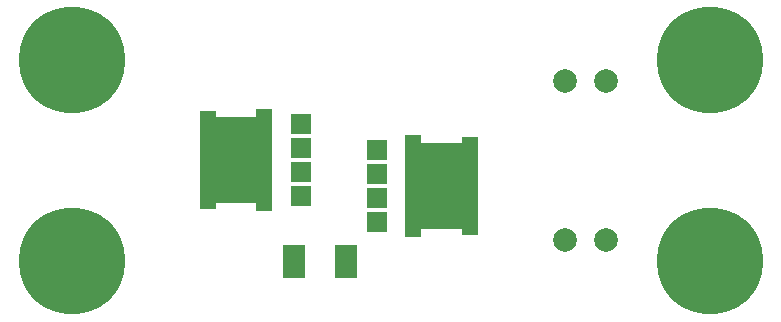
<source format=gbs>
G04 #@! TF.FileFunction,Soldermask,Bot*
%FSLAX46Y46*%
G04 Gerber Fmt 4.6, Leading zero omitted, Abs format (unit mm)*
G04 Created by KiCad (PCBNEW 4.0.7-e0-6372~58~ubuntu16.10.1) date Sun Sep 17 16:24:02 2017*
%MOMM*%
%LPD*%
G01*
G04 APERTURE LIST*
%ADD10C,0.100000*%
%ADD11R,1.850000X0.850000*%
%ADD12R,1.680000X1.670000*%
%ADD13R,1.400000X8.400000*%
%ADD14R,1.400000X8.650000*%
%ADD15R,4.500000X7.300000*%
%ADD16C,9.000000*%
%ADD17C,1.100000*%
%ADD18C,2.000000*%
G04 APERTURE END LIST*
D10*
D11*
X29200000Y-22025000D03*
X29200000Y-22675000D03*
X29200000Y-23325000D03*
X29200000Y-23975000D03*
X24800000Y-23975000D03*
X24800000Y-23325000D03*
X24800000Y-22675000D03*
X24800000Y-22025000D03*
D12*
X25370000Y-11355000D03*
X25370000Y-13385000D03*
X25370000Y-15415000D03*
X25370000Y-17445000D03*
D13*
X17500000Y-14400000D03*
D14*
X22290000Y-14400000D03*
D15*
X20000000Y-14400000D03*
D12*
X31830000Y-19645000D03*
X31830000Y-17615000D03*
X31830000Y-15585000D03*
X31830000Y-13555000D03*
D13*
X39700000Y-16600000D03*
D14*
X34910000Y-16600000D03*
D15*
X37200000Y-16600000D03*
D16*
X60000000Y-6000000D03*
D17*
X63225000Y-6000000D03*
X62280419Y-8280419D03*
X60000000Y-9225000D03*
X57719581Y-8280419D03*
X56775000Y-6000000D03*
X57719581Y-3719581D03*
X60000000Y-2775000D03*
X62280419Y-3719581D03*
D16*
X6000000Y-6000000D03*
D17*
X9225000Y-6000000D03*
X8280419Y-8280419D03*
X6000000Y-9225000D03*
X3719581Y-8280419D03*
X2775000Y-6000000D03*
X3719581Y-3719581D03*
X6000000Y-2775000D03*
X8280419Y-3719581D03*
D16*
X60000000Y-23000000D03*
D17*
X63225000Y-23000000D03*
X62280419Y-25280419D03*
X60000000Y-26225000D03*
X57719581Y-25280419D03*
X56775000Y-23000000D03*
X57719581Y-20719581D03*
X60000000Y-19775000D03*
X62280419Y-20719581D03*
D16*
X6000000Y-23000000D03*
D17*
X9225000Y-23000000D03*
X8280419Y-25280419D03*
X6000000Y-26225000D03*
X3719581Y-25280419D03*
X2775000Y-23000000D03*
X3719581Y-20719581D03*
X6000000Y-19775000D03*
X8280419Y-20719581D03*
D18*
X47800000Y-21235000D03*
X51200000Y-21235000D03*
X47800000Y-7765000D03*
X51200000Y-7765000D03*
M02*

</source>
